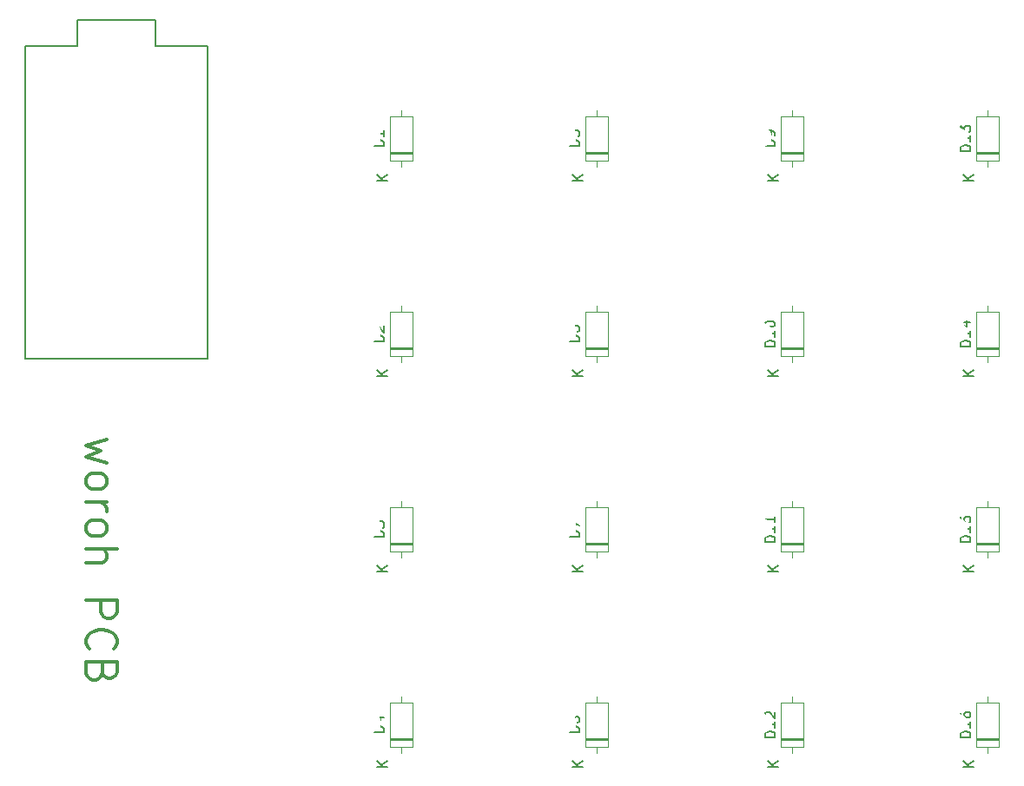
<source format=gto>
G04 #@! TF.GenerationSoftware,KiCad,Pcbnew,(5.1.4)-1*
G04 #@! TF.CreationDate,2021-04-02T02:31:54+02:00*
G04 #@! TF.ProjectId,pcb-test,7063622d-7465-4737-942e-6b696361645f,rev?*
G04 #@! TF.SameCoordinates,Original*
G04 #@! TF.FileFunction,Legend,Top*
G04 #@! TF.FilePolarity,Positive*
%FSLAX46Y46*%
G04 Gerber Fmt 4.6, Leading zero omitted, Abs format (unit mm)*
G04 Created by KiCad (PCBNEW (5.1.4)-1) date 2021-04-02 02:31:54*
%MOMM*%
%LPD*%
G04 APERTURE LIST*
%ADD10C,0.300000*%
%ADD11C,0.150000*%
%ADD12C,0.120000*%
%ADD13C,1.852000*%
%ADD14C,4.089800*%
%ADD15C,1.702000*%
%ADD16R,1.702000X1.702000*%
%ADD17O,1.702000X1.702000*%
G04 APERTURE END LIST*
D10*
X115736607Y-115214285D02*
X113736607Y-115785714D01*
X115165178Y-116357142D01*
X113736607Y-116928571D01*
X115736607Y-117500000D01*
X113736607Y-119071428D02*
X113879464Y-118785714D01*
X114022321Y-118642857D01*
X114308035Y-118500000D01*
X115165178Y-118500000D01*
X115450892Y-118642857D01*
X115593750Y-118785714D01*
X115736607Y-119071428D01*
X115736607Y-119500000D01*
X115593750Y-119785714D01*
X115450892Y-119928571D01*
X115165178Y-120071428D01*
X114308035Y-120071428D01*
X114022321Y-119928571D01*
X113879464Y-119785714D01*
X113736607Y-119500000D01*
X113736607Y-119071428D01*
X113736607Y-121357142D02*
X115736607Y-121357142D01*
X115165178Y-121357142D02*
X115450892Y-121500000D01*
X115593750Y-121642857D01*
X115736607Y-121928571D01*
X115736607Y-122214285D01*
X113736607Y-123642857D02*
X113879464Y-123357142D01*
X114022321Y-123214285D01*
X114308035Y-123071428D01*
X115165178Y-123071428D01*
X115450892Y-123214285D01*
X115593750Y-123357142D01*
X115736607Y-123642857D01*
X115736607Y-124071428D01*
X115593750Y-124357142D01*
X115450892Y-124500000D01*
X115165178Y-124642857D01*
X114308035Y-124642857D01*
X114022321Y-124500000D01*
X113879464Y-124357142D01*
X113736607Y-124071428D01*
X113736607Y-123642857D01*
X113736607Y-125928571D02*
X116736607Y-125928571D01*
X113736607Y-127214285D02*
X115308035Y-127214285D01*
X115593750Y-127071428D01*
X115736607Y-126785714D01*
X115736607Y-126357142D01*
X115593750Y-126071428D01*
X115450892Y-125928571D01*
X113736607Y-130928571D02*
X116736607Y-130928571D01*
X116736607Y-132071428D01*
X116593750Y-132357142D01*
X116450892Y-132500000D01*
X116165178Y-132642857D01*
X115736607Y-132642857D01*
X115450892Y-132500000D01*
X115308035Y-132357142D01*
X115165178Y-132071428D01*
X115165178Y-130928571D01*
X114022321Y-135642857D02*
X113879464Y-135500000D01*
X113736607Y-135071428D01*
X113736607Y-134785714D01*
X113879464Y-134357142D01*
X114165178Y-134071428D01*
X114450892Y-133928571D01*
X115022321Y-133785714D01*
X115450892Y-133785714D01*
X116022321Y-133928571D01*
X116308035Y-134071428D01*
X116593750Y-134357142D01*
X116736607Y-134785714D01*
X116736607Y-135071428D01*
X116593750Y-135500000D01*
X116450892Y-135642857D01*
X115308035Y-137928571D02*
X115165178Y-138357142D01*
X115022321Y-138500000D01*
X114736607Y-138642857D01*
X114308035Y-138642857D01*
X114022321Y-138500000D01*
X113879464Y-138357142D01*
X113736607Y-138071428D01*
X113736607Y-136928571D01*
X116736607Y-136928571D01*
X116736607Y-137928571D01*
X116593750Y-138214285D01*
X116450892Y-138357142D01*
X116165178Y-138500000D01*
X115879464Y-138500000D01*
X115593750Y-138357142D01*
X115450892Y-138214285D01*
X115308035Y-137928571D01*
X115308035Y-136928571D01*
D11*
X125571250Y-107315000D02*
X107791250Y-107315000D01*
X125571250Y-76835000D02*
X125571250Y-107315000D01*
X120491250Y-76835000D02*
X125571250Y-76835000D01*
X120491250Y-74295000D02*
X120491250Y-76835000D01*
X112871250Y-74295000D02*
X120491250Y-74295000D01*
X112871250Y-76835000D02*
X112871250Y-74295000D01*
X107791250Y-76835000D02*
X112871250Y-76835000D01*
X107791250Y-76835000D02*
X107791250Y-107315000D01*
D12*
X200492500Y-144553750D02*
X202732500Y-144553750D01*
X200492500Y-144313750D02*
X202732500Y-144313750D01*
X200492500Y-144433750D02*
X202732500Y-144433750D01*
X201612500Y-140263750D02*
X201612500Y-140913750D01*
X201612500Y-145803750D02*
X201612500Y-145153750D01*
X200492500Y-140913750D02*
X200492500Y-145153750D01*
X202732500Y-140913750D02*
X200492500Y-140913750D01*
X202732500Y-145153750D02*
X202732500Y-140913750D01*
X200492500Y-145153750D02*
X202732500Y-145153750D01*
X200492500Y-125503750D02*
X202732500Y-125503750D01*
X200492500Y-125263750D02*
X202732500Y-125263750D01*
X200492500Y-125383750D02*
X202732500Y-125383750D01*
X201612500Y-121213750D02*
X201612500Y-121863750D01*
X201612500Y-126753750D02*
X201612500Y-126103750D01*
X200492500Y-121863750D02*
X200492500Y-126103750D01*
X202732500Y-121863750D02*
X200492500Y-121863750D01*
X202732500Y-126103750D02*
X202732500Y-121863750D01*
X200492500Y-126103750D02*
X202732500Y-126103750D01*
X200492500Y-106453750D02*
X202732500Y-106453750D01*
X200492500Y-106213750D02*
X202732500Y-106213750D01*
X200492500Y-106333750D02*
X202732500Y-106333750D01*
X201612500Y-102163750D02*
X201612500Y-102813750D01*
X201612500Y-107703750D02*
X201612500Y-107053750D01*
X200492500Y-102813750D02*
X200492500Y-107053750D01*
X202732500Y-102813750D02*
X200492500Y-102813750D01*
X202732500Y-107053750D02*
X202732500Y-102813750D01*
X200492500Y-107053750D02*
X202732500Y-107053750D01*
X200492500Y-87403750D02*
X202732500Y-87403750D01*
X200492500Y-87163750D02*
X202732500Y-87163750D01*
X200492500Y-87283750D02*
X202732500Y-87283750D01*
X201612500Y-83113750D02*
X201612500Y-83763750D01*
X201612500Y-88653750D02*
X201612500Y-88003750D01*
X200492500Y-83763750D02*
X200492500Y-88003750D01*
X202732500Y-83763750D02*
X200492500Y-83763750D01*
X202732500Y-88003750D02*
X202732500Y-83763750D01*
X200492500Y-88003750D02*
X202732500Y-88003750D01*
X181442500Y-144553750D02*
X183682500Y-144553750D01*
X181442500Y-144313750D02*
X183682500Y-144313750D01*
X181442500Y-144433750D02*
X183682500Y-144433750D01*
X182562500Y-140263750D02*
X182562500Y-140913750D01*
X182562500Y-145803750D02*
X182562500Y-145153750D01*
X181442500Y-140913750D02*
X181442500Y-145153750D01*
X183682500Y-140913750D02*
X181442500Y-140913750D01*
X183682500Y-145153750D02*
X183682500Y-140913750D01*
X181442500Y-145153750D02*
X183682500Y-145153750D01*
X181442500Y-125503750D02*
X183682500Y-125503750D01*
X181442500Y-125263750D02*
X183682500Y-125263750D01*
X181442500Y-125383750D02*
X183682500Y-125383750D01*
X182562500Y-121213750D02*
X182562500Y-121863750D01*
X182562500Y-126753750D02*
X182562500Y-126103750D01*
X181442500Y-121863750D02*
X181442500Y-126103750D01*
X183682500Y-121863750D02*
X181442500Y-121863750D01*
X183682500Y-126103750D02*
X183682500Y-121863750D01*
X181442500Y-126103750D02*
X183682500Y-126103750D01*
X181442500Y-106453750D02*
X183682500Y-106453750D01*
X181442500Y-106213750D02*
X183682500Y-106213750D01*
X181442500Y-106333750D02*
X183682500Y-106333750D01*
X182562500Y-102163750D02*
X182562500Y-102813750D01*
X182562500Y-107703750D02*
X182562500Y-107053750D01*
X181442500Y-102813750D02*
X181442500Y-107053750D01*
X183682500Y-102813750D02*
X181442500Y-102813750D01*
X183682500Y-107053750D02*
X183682500Y-102813750D01*
X181442500Y-107053750D02*
X183682500Y-107053750D01*
X181442500Y-87403750D02*
X183682500Y-87403750D01*
X181442500Y-87163750D02*
X183682500Y-87163750D01*
X181442500Y-87283750D02*
X183682500Y-87283750D01*
X182562500Y-83113750D02*
X182562500Y-83763750D01*
X182562500Y-88653750D02*
X182562500Y-88003750D01*
X181442500Y-83763750D02*
X181442500Y-88003750D01*
X183682500Y-83763750D02*
X181442500Y-83763750D01*
X183682500Y-88003750D02*
X183682500Y-83763750D01*
X181442500Y-88003750D02*
X183682500Y-88003750D01*
X162392500Y-144553750D02*
X164632500Y-144553750D01*
X162392500Y-144313750D02*
X164632500Y-144313750D01*
X162392500Y-144433750D02*
X164632500Y-144433750D01*
X163512500Y-140263750D02*
X163512500Y-140913750D01*
X163512500Y-145803750D02*
X163512500Y-145153750D01*
X162392500Y-140913750D02*
X162392500Y-145153750D01*
X164632500Y-140913750D02*
X162392500Y-140913750D01*
X164632500Y-145153750D02*
X164632500Y-140913750D01*
X162392500Y-145153750D02*
X164632500Y-145153750D01*
X162392500Y-125503750D02*
X164632500Y-125503750D01*
X162392500Y-125263750D02*
X164632500Y-125263750D01*
X162392500Y-125383750D02*
X164632500Y-125383750D01*
X163512500Y-121213750D02*
X163512500Y-121863750D01*
X163512500Y-126753750D02*
X163512500Y-126103750D01*
X162392500Y-121863750D02*
X162392500Y-126103750D01*
X164632500Y-121863750D02*
X162392500Y-121863750D01*
X164632500Y-126103750D02*
X164632500Y-121863750D01*
X162392500Y-126103750D02*
X164632500Y-126103750D01*
X162392500Y-106453750D02*
X164632500Y-106453750D01*
X162392500Y-106213750D02*
X164632500Y-106213750D01*
X162392500Y-106333750D02*
X164632500Y-106333750D01*
X163512500Y-102163750D02*
X163512500Y-102813750D01*
X163512500Y-107703750D02*
X163512500Y-107053750D01*
X162392500Y-102813750D02*
X162392500Y-107053750D01*
X164632500Y-102813750D02*
X162392500Y-102813750D01*
X164632500Y-107053750D02*
X164632500Y-102813750D01*
X162392500Y-107053750D02*
X164632500Y-107053750D01*
X162392500Y-87403750D02*
X164632500Y-87403750D01*
X162392500Y-87163750D02*
X164632500Y-87163750D01*
X162392500Y-87283750D02*
X164632500Y-87283750D01*
X163512500Y-83113750D02*
X163512500Y-83763750D01*
X163512500Y-88653750D02*
X163512500Y-88003750D01*
X162392500Y-83763750D02*
X162392500Y-88003750D01*
X164632500Y-83763750D02*
X162392500Y-83763750D01*
X164632500Y-88003750D02*
X164632500Y-83763750D01*
X162392500Y-88003750D02*
X164632500Y-88003750D01*
X143342500Y-144553750D02*
X145582500Y-144553750D01*
X143342500Y-144313750D02*
X145582500Y-144313750D01*
X143342500Y-144433750D02*
X145582500Y-144433750D01*
X144462500Y-140263750D02*
X144462500Y-140913750D01*
X144462500Y-145803750D02*
X144462500Y-145153750D01*
X143342500Y-140913750D02*
X143342500Y-145153750D01*
X145582500Y-140913750D02*
X143342500Y-140913750D01*
X145582500Y-145153750D02*
X145582500Y-140913750D01*
X143342500Y-145153750D02*
X145582500Y-145153750D01*
X143342500Y-125503750D02*
X145582500Y-125503750D01*
X143342500Y-125263750D02*
X145582500Y-125263750D01*
X143342500Y-125383750D02*
X145582500Y-125383750D01*
X144462500Y-121213750D02*
X144462500Y-121863750D01*
X144462500Y-126753750D02*
X144462500Y-126103750D01*
X143342500Y-121863750D02*
X143342500Y-126103750D01*
X145582500Y-121863750D02*
X143342500Y-121863750D01*
X145582500Y-126103750D02*
X145582500Y-121863750D01*
X143342500Y-126103750D02*
X145582500Y-126103750D01*
X143342500Y-106453750D02*
X145582500Y-106453750D01*
X143342500Y-106213750D02*
X145582500Y-106213750D01*
X143342500Y-106333750D02*
X145582500Y-106333750D01*
X144462500Y-102163750D02*
X144462500Y-102813750D01*
X144462500Y-107703750D02*
X144462500Y-107053750D01*
X143342500Y-102813750D02*
X143342500Y-107053750D01*
X145582500Y-102813750D02*
X143342500Y-102813750D01*
X145582500Y-107053750D02*
X145582500Y-102813750D01*
X143342500Y-107053750D02*
X145582500Y-107053750D01*
X143342500Y-87403750D02*
X145582500Y-87403750D01*
X143342500Y-87163750D02*
X145582500Y-87163750D01*
X143342500Y-87283750D02*
X145582500Y-87283750D01*
X144462500Y-83113750D02*
X144462500Y-83763750D01*
X144462500Y-88653750D02*
X144462500Y-88003750D01*
X143342500Y-83763750D02*
X143342500Y-88003750D01*
X145582500Y-83763750D02*
X143342500Y-83763750D01*
X145582500Y-88003750D02*
X145582500Y-83763750D01*
X143342500Y-88003750D02*
X145582500Y-88003750D01*
D11*
X199944880Y-144248035D02*
X198944880Y-144248035D01*
X198944880Y-144009940D01*
X198992500Y-143867083D01*
X199087738Y-143771845D01*
X199182976Y-143724226D01*
X199373452Y-143676607D01*
X199516309Y-143676607D01*
X199706785Y-143724226D01*
X199802023Y-143771845D01*
X199897261Y-143867083D01*
X199944880Y-144009940D01*
X199944880Y-144248035D01*
X199944880Y-142724226D02*
X199944880Y-143295654D01*
X199944880Y-143009940D02*
X198944880Y-143009940D01*
X199087738Y-143105178D01*
X199182976Y-143200416D01*
X199230595Y-143295654D01*
X198944880Y-141867083D02*
X198944880Y-142057559D01*
X198992500Y-142152797D01*
X199040119Y-142200416D01*
X199182976Y-142295654D01*
X199373452Y-142343273D01*
X199754404Y-142343273D01*
X199849642Y-142295654D01*
X199897261Y-142248035D01*
X199944880Y-142152797D01*
X199944880Y-141962321D01*
X199897261Y-141867083D01*
X199849642Y-141819464D01*
X199754404Y-141771845D01*
X199516309Y-141771845D01*
X199421071Y-141819464D01*
X199373452Y-141867083D01*
X199325833Y-141962321D01*
X199325833Y-142152797D01*
X199373452Y-142248035D01*
X199421071Y-142295654D01*
X199516309Y-142343273D01*
X200264880Y-147105654D02*
X199264880Y-147105654D01*
X200264880Y-146534226D02*
X199693452Y-146962797D01*
X199264880Y-146534226D02*
X199836309Y-147105654D01*
X199944880Y-125198035D02*
X198944880Y-125198035D01*
X198944880Y-124959940D01*
X198992500Y-124817083D01*
X199087738Y-124721845D01*
X199182976Y-124674226D01*
X199373452Y-124626607D01*
X199516309Y-124626607D01*
X199706785Y-124674226D01*
X199802023Y-124721845D01*
X199897261Y-124817083D01*
X199944880Y-124959940D01*
X199944880Y-125198035D01*
X199944880Y-123674226D02*
X199944880Y-124245654D01*
X199944880Y-123959940D02*
X198944880Y-123959940D01*
X199087738Y-124055178D01*
X199182976Y-124150416D01*
X199230595Y-124245654D01*
X198944880Y-122769464D02*
X198944880Y-123245654D01*
X199421071Y-123293273D01*
X199373452Y-123245654D01*
X199325833Y-123150416D01*
X199325833Y-122912321D01*
X199373452Y-122817083D01*
X199421071Y-122769464D01*
X199516309Y-122721845D01*
X199754404Y-122721845D01*
X199849642Y-122769464D01*
X199897261Y-122817083D01*
X199944880Y-122912321D01*
X199944880Y-123150416D01*
X199897261Y-123245654D01*
X199849642Y-123293273D01*
X200264880Y-128055654D02*
X199264880Y-128055654D01*
X200264880Y-127484226D02*
X199693452Y-127912797D01*
X199264880Y-127484226D02*
X199836309Y-128055654D01*
X199944880Y-106148035D02*
X198944880Y-106148035D01*
X198944880Y-105909940D01*
X198992500Y-105767083D01*
X199087738Y-105671845D01*
X199182976Y-105624226D01*
X199373452Y-105576607D01*
X199516309Y-105576607D01*
X199706785Y-105624226D01*
X199802023Y-105671845D01*
X199897261Y-105767083D01*
X199944880Y-105909940D01*
X199944880Y-106148035D01*
X199944880Y-104624226D02*
X199944880Y-105195654D01*
X199944880Y-104909940D02*
X198944880Y-104909940D01*
X199087738Y-105005178D01*
X199182976Y-105100416D01*
X199230595Y-105195654D01*
X199278214Y-103767083D02*
X199944880Y-103767083D01*
X198897261Y-104005178D02*
X199611547Y-104243273D01*
X199611547Y-103624226D01*
X200264880Y-109005654D02*
X199264880Y-109005654D01*
X200264880Y-108434226D02*
X199693452Y-108862797D01*
X199264880Y-108434226D02*
X199836309Y-109005654D01*
X199944880Y-87098035D02*
X198944880Y-87098035D01*
X198944880Y-86859940D01*
X198992500Y-86717083D01*
X199087738Y-86621845D01*
X199182976Y-86574226D01*
X199373452Y-86526607D01*
X199516309Y-86526607D01*
X199706785Y-86574226D01*
X199802023Y-86621845D01*
X199897261Y-86717083D01*
X199944880Y-86859940D01*
X199944880Y-87098035D01*
X199944880Y-85574226D02*
X199944880Y-86145654D01*
X199944880Y-85859940D02*
X198944880Y-85859940D01*
X199087738Y-85955178D01*
X199182976Y-86050416D01*
X199230595Y-86145654D01*
X198944880Y-85240892D02*
X198944880Y-84621845D01*
X199325833Y-84955178D01*
X199325833Y-84812321D01*
X199373452Y-84717083D01*
X199421071Y-84669464D01*
X199516309Y-84621845D01*
X199754404Y-84621845D01*
X199849642Y-84669464D01*
X199897261Y-84717083D01*
X199944880Y-84812321D01*
X199944880Y-85098035D01*
X199897261Y-85193273D01*
X199849642Y-85240892D01*
X200264880Y-89955654D02*
X199264880Y-89955654D01*
X200264880Y-89384226D02*
X199693452Y-89812797D01*
X199264880Y-89384226D02*
X199836309Y-89955654D01*
X180894880Y-144248035D02*
X179894880Y-144248035D01*
X179894880Y-144009940D01*
X179942500Y-143867083D01*
X180037738Y-143771845D01*
X180132976Y-143724226D01*
X180323452Y-143676607D01*
X180466309Y-143676607D01*
X180656785Y-143724226D01*
X180752023Y-143771845D01*
X180847261Y-143867083D01*
X180894880Y-144009940D01*
X180894880Y-144248035D01*
X180894880Y-142724226D02*
X180894880Y-143295654D01*
X180894880Y-143009940D02*
X179894880Y-143009940D01*
X180037738Y-143105178D01*
X180132976Y-143200416D01*
X180180595Y-143295654D01*
X179990119Y-142343273D02*
X179942500Y-142295654D01*
X179894880Y-142200416D01*
X179894880Y-141962321D01*
X179942500Y-141867083D01*
X179990119Y-141819464D01*
X180085357Y-141771845D01*
X180180595Y-141771845D01*
X180323452Y-141819464D01*
X180894880Y-142390892D01*
X180894880Y-141771845D01*
X181214880Y-147105654D02*
X180214880Y-147105654D01*
X181214880Y-146534226D02*
X180643452Y-146962797D01*
X180214880Y-146534226D02*
X180786309Y-147105654D01*
X180894880Y-125198035D02*
X179894880Y-125198035D01*
X179894880Y-124959940D01*
X179942500Y-124817083D01*
X180037738Y-124721845D01*
X180132976Y-124674226D01*
X180323452Y-124626607D01*
X180466309Y-124626607D01*
X180656785Y-124674226D01*
X180752023Y-124721845D01*
X180847261Y-124817083D01*
X180894880Y-124959940D01*
X180894880Y-125198035D01*
X180894880Y-123674226D02*
X180894880Y-124245654D01*
X180894880Y-123959940D02*
X179894880Y-123959940D01*
X180037738Y-124055178D01*
X180132976Y-124150416D01*
X180180595Y-124245654D01*
X180894880Y-122721845D02*
X180894880Y-123293273D01*
X180894880Y-123007559D02*
X179894880Y-123007559D01*
X180037738Y-123102797D01*
X180132976Y-123198035D01*
X180180595Y-123293273D01*
X181214880Y-128055654D02*
X180214880Y-128055654D01*
X181214880Y-127484226D02*
X180643452Y-127912797D01*
X180214880Y-127484226D02*
X180786309Y-128055654D01*
X180894880Y-106148035D02*
X179894880Y-106148035D01*
X179894880Y-105909940D01*
X179942500Y-105767083D01*
X180037738Y-105671845D01*
X180132976Y-105624226D01*
X180323452Y-105576607D01*
X180466309Y-105576607D01*
X180656785Y-105624226D01*
X180752023Y-105671845D01*
X180847261Y-105767083D01*
X180894880Y-105909940D01*
X180894880Y-106148035D01*
X180894880Y-104624226D02*
X180894880Y-105195654D01*
X180894880Y-104909940D02*
X179894880Y-104909940D01*
X180037738Y-105005178D01*
X180132976Y-105100416D01*
X180180595Y-105195654D01*
X179894880Y-104005178D02*
X179894880Y-103909940D01*
X179942500Y-103814702D01*
X179990119Y-103767083D01*
X180085357Y-103719464D01*
X180275833Y-103671845D01*
X180513928Y-103671845D01*
X180704404Y-103719464D01*
X180799642Y-103767083D01*
X180847261Y-103814702D01*
X180894880Y-103909940D01*
X180894880Y-104005178D01*
X180847261Y-104100416D01*
X180799642Y-104148035D01*
X180704404Y-104195654D01*
X180513928Y-104243273D01*
X180275833Y-104243273D01*
X180085357Y-104195654D01*
X179990119Y-104148035D01*
X179942500Y-104100416D01*
X179894880Y-104005178D01*
X181214880Y-109005654D02*
X180214880Y-109005654D01*
X181214880Y-108434226D02*
X180643452Y-108862797D01*
X180214880Y-108434226D02*
X180786309Y-109005654D01*
X180894880Y-86621845D02*
X179894880Y-86621845D01*
X179894880Y-86383750D01*
X179942500Y-86240892D01*
X180037738Y-86145654D01*
X180132976Y-86098035D01*
X180323452Y-86050416D01*
X180466309Y-86050416D01*
X180656785Y-86098035D01*
X180752023Y-86145654D01*
X180847261Y-86240892D01*
X180894880Y-86383750D01*
X180894880Y-86621845D01*
X180894880Y-85574226D02*
X180894880Y-85383750D01*
X180847261Y-85288511D01*
X180799642Y-85240892D01*
X180656785Y-85145654D01*
X180466309Y-85098035D01*
X180085357Y-85098035D01*
X179990119Y-85145654D01*
X179942500Y-85193273D01*
X179894880Y-85288511D01*
X179894880Y-85478988D01*
X179942500Y-85574226D01*
X179990119Y-85621845D01*
X180085357Y-85669464D01*
X180323452Y-85669464D01*
X180418690Y-85621845D01*
X180466309Y-85574226D01*
X180513928Y-85478988D01*
X180513928Y-85288511D01*
X180466309Y-85193273D01*
X180418690Y-85145654D01*
X180323452Y-85098035D01*
X181214880Y-89955654D02*
X180214880Y-89955654D01*
X181214880Y-89384226D02*
X180643452Y-89812797D01*
X180214880Y-89384226D02*
X180786309Y-89955654D01*
X161844880Y-143771845D02*
X160844880Y-143771845D01*
X160844880Y-143533750D01*
X160892500Y-143390892D01*
X160987738Y-143295654D01*
X161082976Y-143248035D01*
X161273452Y-143200416D01*
X161416309Y-143200416D01*
X161606785Y-143248035D01*
X161702023Y-143295654D01*
X161797261Y-143390892D01*
X161844880Y-143533750D01*
X161844880Y-143771845D01*
X161273452Y-142628988D02*
X161225833Y-142724226D01*
X161178214Y-142771845D01*
X161082976Y-142819464D01*
X161035357Y-142819464D01*
X160940119Y-142771845D01*
X160892500Y-142724226D01*
X160844880Y-142628988D01*
X160844880Y-142438511D01*
X160892500Y-142343273D01*
X160940119Y-142295654D01*
X161035357Y-142248035D01*
X161082976Y-142248035D01*
X161178214Y-142295654D01*
X161225833Y-142343273D01*
X161273452Y-142438511D01*
X161273452Y-142628988D01*
X161321071Y-142724226D01*
X161368690Y-142771845D01*
X161463928Y-142819464D01*
X161654404Y-142819464D01*
X161749642Y-142771845D01*
X161797261Y-142724226D01*
X161844880Y-142628988D01*
X161844880Y-142438511D01*
X161797261Y-142343273D01*
X161749642Y-142295654D01*
X161654404Y-142248035D01*
X161463928Y-142248035D01*
X161368690Y-142295654D01*
X161321071Y-142343273D01*
X161273452Y-142438511D01*
X162164880Y-147105654D02*
X161164880Y-147105654D01*
X162164880Y-146534226D02*
X161593452Y-146962797D01*
X161164880Y-146534226D02*
X161736309Y-147105654D01*
X161844880Y-124721845D02*
X160844880Y-124721845D01*
X160844880Y-124483750D01*
X160892500Y-124340892D01*
X160987738Y-124245654D01*
X161082976Y-124198035D01*
X161273452Y-124150416D01*
X161416309Y-124150416D01*
X161606785Y-124198035D01*
X161702023Y-124245654D01*
X161797261Y-124340892D01*
X161844880Y-124483750D01*
X161844880Y-124721845D01*
X160844880Y-123817083D02*
X160844880Y-123150416D01*
X161844880Y-123578988D01*
X162164880Y-128055654D02*
X161164880Y-128055654D01*
X162164880Y-127484226D02*
X161593452Y-127912797D01*
X161164880Y-127484226D02*
X161736309Y-128055654D01*
X161844880Y-105671845D02*
X160844880Y-105671845D01*
X160844880Y-105433750D01*
X160892500Y-105290892D01*
X160987738Y-105195654D01*
X161082976Y-105148035D01*
X161273452Y-105100416D01*
X161416309Y-105100416D01*
X161606785Y-105148035D01*
X161702023Y-105195654D01*
X161797261Y-105290892D01*
X161844880Y-105433750D01*
X161844880Y-105671845D01*
X160844880Y-104243273D02*
X160844880Y-104433750D01*
X160892500Y-104528988D01*
X160940119Y-104576607D01*
X161082976Y-104671845D01*
X161273452Y-104719464D01*
X161654404Y-104719464D01*
X161749642Y-104671845D01*
X161797261Y-104624226D01*
X161844880Y-104528988D01*
X161844880Y-104338511D01*
X161797261Y-104243273D01*
X161749642Y-104195654D01*
X161654404Y-104148035D01*
X161416309Y-104148035D01*
X161321071Y-104195654D01*
X161273452Y-104243273D01*
X161225833Y-104338511D01*
X161225833Y-104528988D01*
X161273452Y-104624226D01*
X161321071Y-104671845D01*
X161416309Y-104719464D01*
X162164880Y-109005654D02*
X161164880Y-109005654D01*
X162164880Y-108434226D02*
X161593452Y-108862797D01*
X161164880Y-108434226D02*
X161736309Y-109005654D01*
X161844880Y-86621845D02*
X160844880Y-86621845D01*
X160844880Y-86383750D01*
X160892500Y-86240892D01*
X160987738Y-86145654D01*
X161082976Y-86098035D01*
X161273452Y-86050416D01*
X161416309Y-86050416D01*
X161606785Y-86098035D01*
X161702023Y-86145654D01*
X161797261Y-86240892D01*
X161844880Y-86383750D01*
X161844880Y-86621845D01*
X160844880Y-85145654D02*
X160844880Y-85621845D01*
X161321071Y-85669464D01*
X161273452Y-85621845D01*
X161225833Y-85526607D01*
X161225833Y-85288511D01*
X161273452Y-85193273D01*
X161321071Y-85145654D01*
X161416309Y-85098035D01*
X161654404Y-85098035D01*
X161749642Y-85145654D01*
X161797261Y-85193273D01*
X161844880Y-85288511D01*
X161844880Y-85526607D01*
X161797261Y-85621845D01*
X161749642Y-85669464D01*
X162164880Y-89955654D02*
X161164880Y-89955654D01*
X162164880Y-89384226D02*
X161593452Y-89812797D01*
X161164880Y-89384226D02*
X161736309Y-89955654D01*
X142794880Y-143771845D02*
X141794880Y-143771845D01*
X141794880Y-143533750D01*
X141842500Y-143390892D01*
X141937738Y-143295654D01*
X142032976Y-143248035D01*
X142223452Y-143200416D01*
X142366309Y-143200416D01*
X142556785Y-143248035D01*
X142652023Y-143295654D01*
X142747261Y-143390892D01*
X142794880Y-143533750D01*
X142794880Y-143771845D01*
X142128214Y-142343273D02*
X142794880Y-142343273D01*
X141747261Y-142581369D02*
X142461547Y-142819464D01*
X142461547Y-142200416D01*
X143114880Y-147105654D02*
X142114880Y-147105654D01*
X143114880Y-146534226D02*
X142543452Y-146962797D01*
X142114880Y-146534226D02*
X142686309Y-147105654D01*
X142794880Y-124721845D02*
X141794880Y-124721845D01*
X141794880Y-124483750D01*
X141842500Y-124340892D01*
X141937738Y-124245654D01*
X142032976Y-124198035D01*
X142223452Y-124150416D01*
X142366309Y-124150416D01*
X142556785Y-124198035D01*
X142652023Y-124245654D01*
X142747261Y-124340892D01*
X142794880Y-124483750D01*
X142794880Y-124721845D01*
X141794880Y-123817083D02*
X141794880Y-123198035D01*
X142175833Y-123531369D01*
X142175833Y-123388511D01*
X142223452Y-123293273D01*
X142271071Y-123245654D01*
X142366309Y-123198035D01*
X142604404Y-123198035D01*
X142699642Y-123245654D01*
X142747261Y-123293273D01*
X142794880Y-123388511D01*
X142794880Y-123674226D01*
X142747261Y-123769464D01*
X142699642Y-123817083D01*
X143114880Y-128055654D02*
X142114880Y-128055654D01*
X143114880Y-127484226D02*
X142543452Y-127912797D01*
X142114880Y-127484226D02*
X142686309Y-128055654D01*
X142794880Y-105671845D02*
X141794880Y-105671845D01*
X141794880Y-105433750D01*
X141842500Y-105290892D01*
X141937738Y-105195654D01*
X142032976Y-105148035D01*
X142223452Y-105100416D01*
X142366309Y-105100416D01*
X142556785Y-105148035D01*
X142652023Y-105195654D01*
X142747261Y-105290892D01*
X142794880Y-105433750D01*
X142794880Y-105671845D01*
X141890119Y-104719464D02*
X141842500Y-104671845D01*
X141794880Y-104576607D01*
X141794880Y-104338511D01*
X141842500Y-104243273D01*
X141890119Y-104195654D01*
X141985357Y-104148035D01*
X142080595Y-104148035D01*
X142223452Y-104195654D01*
X142794880Y-104767083D01*
X142794880Y-104148035D01*
X143114880Y-109005654D02*
X142114880Y-109005654D01*
X143114880Y-108434226D02*
X142543452Y-108862797D01*
X142114880Y-108434226D02*
X142686309Y-109005654D01*
X142794880Y-86621845D02*
X141794880Y-86621845D01*
X141794880Y-86383750D01*
X141842500Y-86240892D01*
X141937738Y-86145654D01*
X142032976Y-86098035D01*
X142223452Y-86050416D01*
X142366309Y-86050416D01*
X142556785Y-86098035D01*
X142652023Y-86145654D01*
X142747261Y-86240892D01*
X142794880Y-86383750D01*
X142794880Y-86621845D01*
X142794880Y-85098035D02*
X142794880Y-85669464D01*
X142794880Y-85383750D02*
X141794880Y-85383750D01*
X141937738Y-85478988D01*
X142032976Y-85574226D01*
X142080595Y-85669464D01*
X143114880Y-89955654D02*
X142114880Y-89955654D01*
X143114880Y-89384226D02*
X142543452Y-89812797D01*
X142114880Y-89384226D02*
X142686309Y-89955654D01*
%LPC*%
D13*
X198755000Y-85725000D03*
X188595000Y-85725000D03*
D14*
X193675000Y-85725000D03*
D13*
X198755000Y-142875000D03*
X188595000Y-142875000D03*
D14*
X193675000Y-142875000D03*
D13*
X141573250Y-85693250D03*
X131413250Y-85693250D03*
D14*
X136493250Y-85693250D03*
D13*
X198755000Y-104775000D03*
X188595000Y-104775000D03*
D14*
X193675000Y-104775000D03*
D15*
X124301250Y-78105000D03*
X124301250Y-80645000D03*
X124301250Y-83185000D03*
X124301250Y-85725000D03*
X124301250Y-88265000D03*
X124301250Y-90805000D03*
X124301250Y-93345000D03*
X124301250Y-95885000D03*
X124301250Y-98425000D03*
X124301250Y-100965000D03*
X124301250Y-103505000D03*
X124301250Y-106045000D03*
X109061250Y-106045000D03*
X109061250Y-103505000D03*
X109061250Y-100965000D03*
X109061250Y-98425000D03*
X109061250Y-95885000D03*
X109061250Y-93345000D03*
X109061250Y-90805000D03*
X109061250Y-88265000D03*
X109061250Y-85725000D03*
X109061250Y-83185000D03*
X109061250Y-80645000D03*
D16*
X109061250Y-78105000D03*
D13*
X198755000Y-123825000D03*
X188595000Y-123825000D03*
D14*
X193675000Y-123825000D03*
D13*
X179705000Y-142875000D03*
X169545000Y-142875000D03*
D14*
X174625000Y-142875000D03*
D13*
X179705000Y-123825000D03*
X169545000Y-123825000D03*
D14*
X174625000Y-123825000D03*
D13*
X179705000Y-104775000D03*
X169545000Y-104775000D03*
D14*
X174625000Y-104775000D03*
D13*
X179705000Y-85725000D03*
X169545000Y-85725000D03*
D14*
X174625000Y-85725000D03*
D13*
X160623250Y-142843250D03*
X150463250Y-142843250D03*
D14*
X155543250Y-142843250D03*
D13*
X160623250Y-123793250D03*
X150463250Y-123793250D03*
D14*
X155543250Y-123793250D03*
D13*
X160623250Y-104743250D03*
X150463250Y-104743250D03*
D14*
X155543250Y-104743250D03*
D13*
X160623250Y-85693250D03*
X150463250Y-85693250D03*
D14*
X155543250Y-85693250D03*
D13*
X141573250Y-142843250D03*
X131413250Y-142843250D03*
D14*
X136493250Y-142843250D03*
D13*
X141573250Y-123793250D03*
X131413250Y-123793250D03*
D14*
X136493250Y-123793250D03*
D13*
X141573250Y-104743250D03*
X131413250Y-104743250D03*
D14*
X136493250Y-104743250D03*
D17*
X201612500Y-139223750D03*
D16*
X201612500Y-146843750D03*
D17*
X201612500Y-120173750D03*
D16*
X201612500Y-127793750D03*
D17*
X201612500Y-101123750D03*
D16*
X201612500Y-108743750D03*
D17*
X201612500Y-82073750D03*
D16*
X201612500Y-89693750D03*
D17*
X182562500Y-139223750D03*
D16*
X182562500Y-146843750D03*
D17*
X182562500Y-120173750D03*
D16*
X182562500Y-127793750D03*
D17*
X182562500Y-101123750D03*
D16*
X182562500Y-108743750D03*
D17*
X182562500Y-82073750D03*
D16*
X182562500Y-89693750D03*
D17*
X163512500Y-139223750D03*
D16*
X163512500Y-146843750D03*
D17*
X163512500Y-120173750D03*
D16*
X163512500Y-127793750D03*
D17*
X163512500Y-101123750D03*
D16*
X163512500Y-108743750D03*
D17*
X163512500Y-82073750D03*
D16*
X163512500Y-89693750D03*
D17*
X144462500Y-139223750D03*
D16*
X144462500Y-146843750D03*
D17*
X144462500Y-120173750D03*
D16*
X144462500Y-127793750D03*
D17*
X144462500Y-101123750D03*
D16*
X144462500Y-108743750D03*
D17*
X144462500Y-82073750D03*
D16*
X144462500Y-89693750D03*
M02*

</source>
